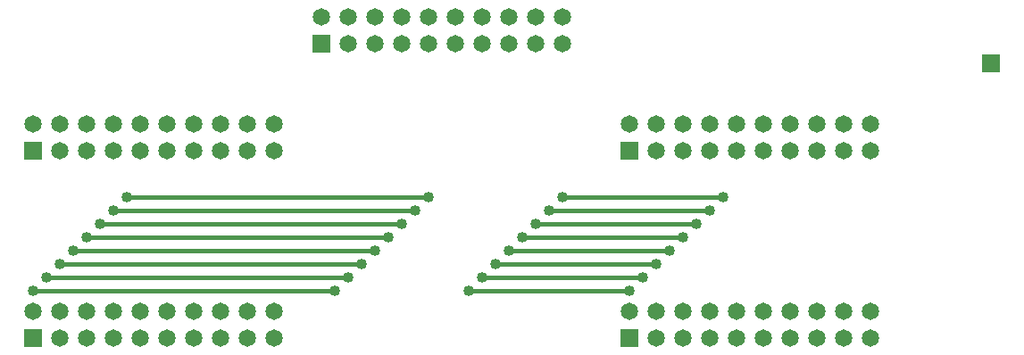
<source format=gtl>
G04 Output by ViewMate Deluxe V11.0.9  PentaLogix LLC*
G04 Tue Nov 11 14:29:24 2014*
%FSLAX33Y33*%
%MOMM*%
%IPPOS*%
%ADD10R,1.651X1.651*%
%ADD11C,1.651*%
%ADD12R,1.8009X1.8009*%
%ADD106C,1.016*%
%ADD107C,0.4064*%

%LPD*%
X0Y0D2*D107*G1X83502Y21209D2*X68262Y21209D1*X66992Y19939D2*X82232Y19939D1*X80962Y18669D2*X65722Y18669D1*X64452Y17399D2*X79692Y17399D1*X78422Y16129D2*X63182Y16129D1*X61912Y14859D2*X77152Y14859D1*X75882Y13589D2*X60642Y13589D1*X59372Y12319D2*X74612Y12319D1*X55562Y21209D2*X26988Y21209D1*X25718Y19939D2*X54292Y19939D1*X53022Y18669D2*X24448Y18669D1*X23178Y17399D2*X51752Y17399D1*X50482Y16129D2*X21908Y16129D1*X20638Y14859D2*X49212Y14859D1*X47942Y13589D2*X19368Y13589D1*X18098Y12319D2*X46672Y12319D1*D10*X74612Y7874D3*X74612Y25654D3*X45402Y35814D3*X18098Y25654D3*X18098Y7874D3*D11*X77152Y25654D3*X79692Y25654D3*X82232Y25654D3*X84772Y25654D3*X87312Y25654D3*X89852Y25654D3*X92392Y25654D3*X94932Y25654D3*X97472Y25654D3*X97472Y28194D3*X94932Y28194D3*X92392Y28194D3*X89852Y28194D3*X87312Y28194D3*X84772Y28194D3*X82232Y28194D3*X79692Y28194D3*X77152Y28194D3*X74612Y28194D3*X45402Y38354D3*X47942Y38354D3*X50482Y38354D3*X53022Y38354D3*X55562Y38354D3*X58102Y38354D3*X60642Y38354D3*X63182Y38354D3*X65722Y38354D3*X68262Y38354D3*X68262Y35814D3*X65722Y35814D3*X63182Y35814D3*X60642Y35814D3*X58102Y35814D3*X55562Y35814D3*X53022Y35814D3*X50482Y35814D3*X47942Y35814D3*X40958Y28194D3*X38418Y28194D3*X35878Y28194D3*X33338Y28194D3*X30798Y28194D3*X28258Y28194D3*X25718Y28194D3*X23178Y28194D3*X18098Y28194D3*X20638Y28194D3*X20638Y25654D3*X23178Y25654D3*X25718Y25654D3*X28258Y25654D3*X30798Y25654D3*X33338Y25654D3*X35878Y25654D3*X38418Y25654D3*X40958Y25654D3*X40958Y7874D3*X38418Y7874D3*X35878Y7874D3*X33338Y7874D3*X30798Y7874D3*X28258Y7874D3*X25718Y7874D3*X23178Y7874D3*X20638Y7874D3*X18098Y10414D3*X20638Y10414D3*X23178Y10414D3*X25718Y10414D3*X28258Y10414D3*X30798Y10414D3*X33338Y10414D3*X35878Y10414D3*X38418Y10414D3*X40958Y10414D3*X74612Y10414D3*X77152Y10414D3*X79692Y10414D3*X82232Y10414D3*X84772Y10414D3*X87312Y10414D3*X89852Y10414D3*X92392Y10414D3*X94932Y10414D3*X97472Y10414D3*X97472Y7874D3*X94932Y7874D3*X92392Y7874D3*X89852Y7874D3*X87312Y7874D3*X84772Y7874D3*X82232Y7874D3*X79692Y7874D3*X77152Y7874D3*D12*X108902Y33909D3*D106*X18098Y12319D3*X19368Y13589D3*X20638Y14859D3*X21908Y16129D3*X23178Y17399D3*X24448Y18669D3*X25718Y19939D3*X26988Y21209D3*X46672Y12319D3*X47942Y13589D3*X49212Y14859D3*X68262Y21209D3*X66992Y19939D3*X65722Y18669D3*X55562Y21209D3*X54292Y19939D3*X53022Y18669D3*X51752Y17399D3*X50482Y16129D3*X59372Y12319D3*X60642Y13589D3*X61912Y14859D3*X63182Y16129D3*X64452Y17399D3*X74612Y12319D3*X75882Y13589D3*X77152Y14859D3*X78422Y16129D3*X79692Y17399D3*X80962Y18669D3*X82232Y19939D3*X83502Y21209D3*X0Y0D2*M02*
</source>
